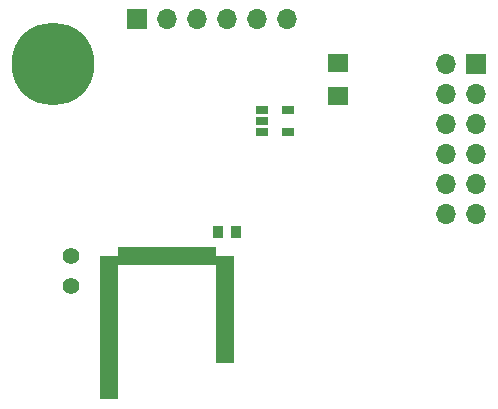
<source format=gbr>
G04 #@! TF.FileFunction,Soldermask,Top*
%FSLAX46Y46*%
G04 Gerber Fmt 4.6, Leading zero omitted, Abs format (unit mm)*
G04 Created by KiCad (PCBNEW 4.0.5) date 04/03/17 14:37:35*
%MOMM*%
%LPD*%
G01*
G04 APERTURE LIST*
%ADD10C,0.100000*%
%ADD11R,1.600000X0.900000*%
%ADD12R,0.900000X1.600000*%
%ADD13R,0.899200X1.000800*%
%ADD14R,1.803400X1.600200*%
%ADD15C,7.000000*%
%ADD16R,1.060000X0.650000*%
%ADD17R,1.700000X1.700000*%
%ADD18O,1.700000X1.700000*%
%ADD19C,1.400000*%
G04 APERTURE END LIST*
D10*
D11*
X163502000Y-133324000D03*
X163502000Y-132574000D03*
X163502000Y-131074000D03*
X163502000Y-131824000D03*
X163502000Y-128074000D03*
X163502000Y-128824000D03*
X163502000Y-130324000D03*
X163502000Y-129574000D03*
X163502000Y-122074000D03*
X163502000Y-122824000D03*
X163502000Y-124324000D03*
X163502000Y-123574000D03*
X163502000Y-127324000D03*
X163502000Y-126574000D03*
X163502000Y-125074000D03*
X163502000Y-125824000D03*
X173302000Y-128074000D03*
X173302000Y-128824000D03*
X173302000Y-122074000D03*
X173302000Y-122824000D03*
X173302000Y-124324000D03*
X173302000Y-123574000D03*
X173302000Y-127324000D03*
X173302000Y-126574000D03*
X173302000Y-125074000D03*
X173302000Y-125824000D03*
X173302000Y-129574000D03*
X173302000Y-130324000D03*
D12*
X170652000Y-121624000D03*
X171402000Y-121624000D03*
X164652000Y-121624000D03*
X165402000Y-121624000D03*
X166902000Y-121624000D03*
X166152000Y-121624000D03*
X169902000Y-121624000D03*
X169152000Y-121624000D03*
X167652000Y-121624000D03*
X168402000Y-121624000D03*
X172152000Y-121624000D03*
D13*
X172730200Y-119634000D03*
X174233800Y-119634000D03*
D14*
X182880000Y-108077000D03*
X182880000Y-105283000D03*
D15*
X158750000Y-105410000D03*
D16*
X176446000Y-109286000D03*
X176446000Y-110236000D03*
X176446000Y-111186000D03*
X178646000Y-111186000D03*
X178646000Y-109286000D03*
D17*
X165862000Y-101600000D03*
D18*
X168402000Y-101600000D03*
X170942000Y-101600000D03*
X173482000Y-101600000D03*
X176022000Y-101600000D03*
X178562000Y-101600000D03*
D19*
X160274000Y-121666000D03*
X160274000Y-124206000D03*
D17*
X194564000Y-105410000D03*
D18*
X192024000Y-105410000D03*
X194564000Y-107950000D03*
X192024000Y-107950000D03*
X194564000Y-110490000D03*
X192024000Y-110490000D03*
X194564000Y-113030000D03*
X192024000Y-113030000D03*
X194564000Y-115570000D03*
X192024000Y-115570000D03*
X194564000Y-118110000D03*
X192024000Y-118110000D03*
M02*

</source>
